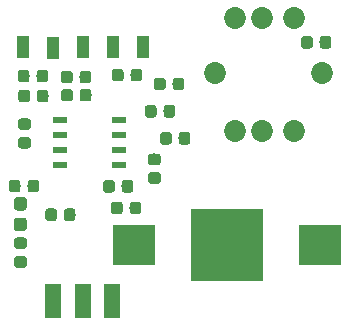
<source format=gts>
G04 #@! TF.GenerationSoftware,KiCad,Pcbnew,(5.0.2)-1*
G04 #@! TF.CreationDate,2019-06-03T11:30:13-05:00*
G04 #@! TF.ProjectId,ppg,7070672e-6b69-4636-9164-5f7063625858,V01*
G04 #@! TF.SameCoordinates,Original*
G04 #@! TF.FileFunction,Soldermask,Top*
G04 #@! TF.FilePolarity,Negative*
%FSLAX46Y46*%
G04 Gerber Fmt 4.6, Leading zero omitted, Abs format (unit mm)*
G04 Created by KiCad (PCBNEW (5.0.2)-1) date 6/3/2019 11:30:13 AM*
%MOMM*%
%LPD*%
G01*
G04 APERTURE LIST*
%ADD10R,6.101600X6.101600*%
%ADD11R,3.601600X3.401600*%
%ADD12C,0.100000*%
%ADD13C,0.976600*%
%ADD14C,1.051600*%
%ADD15R,1.351600X2.851600*%
%ADD16R,1.301600X0.601600*%
%ADD17C,1.851600*%
%ADD18R,1.101600X1.851600*%
G04 APERTURE END LIST*
D10*
G04 #@! TO.C,BT1*
X125010000Y-112890000D03*
D11*
X132910000Y-112890000D03*
X117110000Y-112890000D03*
G04 #@! TD*
D12*
G04 #@! TO.C,R12*
G36*
X116854081Y-107425376D02*
X116877781Y-107428891D01*
X116901023Y-107434713D01*
X116923582Y-107442785D01*
X116945242Y-107453029D01*
X116965792Y-107465347D01*
X116985037Y-107479619D01*
X117002790Y-107495710D01*
X117018881Y-107513463D01*
X117033153Y-107532708D01*
X117045471Y-107553258D01*
X117055715Y-107574918D01*
X117063787Y-107597477D01*
X117069609Y-107620719D01*
X117073124Y-107644419D01*
X117074300Y-107668350D01*
X117074300Y-108231650D01*
X117073124Y-108255581D01*
X117069609Y-108279281D01*
X117063787Y-108302523D01*
X117055715Y-108325082D01*
X117045471Y-108346742D01*
X117033153Y-108367292D01*
X117018881Y-108386537D01*
X117002790Y-108404290D01*
X116985037Y-108420381D01*
X116965792Y-108434653D01*
X116945242Y-108446971D01*
X116923582Y-108457215D01*
X116901023Y-108465287D01*
X116877781Y-108471109D01*
X116854081Y-108474624D01*
X116830150Y-108475800D01*
X116341850Y-108475800D01*
X116317919Y-108474624D01*
X116294219Y-108471109D01*
X116270977Y-108465287D01*
X116248418Y-108457215D01*
X116226758Y-108446971D01*
X116206208Y-108434653D01*
X116186963Y-108420381D01*
X116169210Y-108404290D01*
X116153119Y-108386537D01*
X116138847Y-108367292D01*
X116126529Y-108346742D01*
X116116285Y-108325082D01*
X116108213Y-108302523D01*
X116102391Y-108279281D01*
X116098876Y-108255581D01*
X116097700Y-108231650D01*
X116097700Y-107668350D01*
X116098876Y-107644419D01*
X116102391Y-107620719D01*
X116108213Y-107597477D01*
X116116285Y-107574918D01*
X116126529Y-107553258D01*
X116138847Y-107532708D01*
X116153119Y-107513463D01*
X116169210Y-107495710D01*
X116186963Y-107479619D01*
X116206208Y-107465347D01*
X116226758Y-107453029D01*
X116248418Y-107442785D01*
X116270977Y-107434713D01*
X116294219Y-107428891D01*
X116317919Y-107425376D01*
X116341850Y-107424200D01*
X116830150Y-107424200D01*
X116854081Y-107425376D01*
X116854081Y-107425376D01*
G37*
D13*
X116586000Y-107950000D03*
D12*
G36*
X115279081Y-107425376D02*
X115302781Y-107428891D01*
X115326023Y-107434713D01*
X115348582Y-107442785D01*
X115370242Y-107453029D01*
X115390792Y-107465347D01*
X115410037Y-107479619D01*
X115427790Y-107495710D01*
X115443881Y-107513463D01*
X115458153Y-107532708D01*
X115470471Y-107553258D01*
X115480715Y-107574918D01*
X115488787Y-107597477D01*
X115494609Y-107620719D01*
X115498124Y-107644419D01*
X115499300Y-107668350D01*
X115499300Y-108231650D01*
X115498124Y-108255581D01*
X115494609Y-108279281D01*
X115488787Y-108302523D01*
X115480715Y-108325082D01*
X115470471Y-108346742D01*
X115458153Y-108367292D01*
X115443881Y-108386537D01*
X115427790Y-108404290D01*
X115410037Y-108420381D01*
X115390792Y-108434653D01*
X115370242Y-108446971D01*
X115348582Y-108457215D01*
X115326023Y-108465287D01*
X115302781Y-108471109D01*
X115279081Y-108474624D01*
X115255150Y-108475800D01*
X114766850Y-108475800D01*
X114742919Y-108474624D01*
X114719219Y-108471109D01*
X114695977Y-108465287D01*
X114673418Y-108457215D01*
X114651758Y-108446971D01*
X114631208Y-108434653D01*
X114611963Y-108420381D01*
X114594210Y-108404290D01*
X114578119Y-108386537D01*
X114563847Y-108367292D01*
X114551529Y-108346742D01*
X114541285Y-108325082D01*
X114533213Y-108302523D01*
X114527391Y-108279281D01*
X114523876Y-108255581D01*
X114522700Y-108231650D01*
X114522700Y-107668350D01*
X114523876Y-107644419D01*
X114527391Y-107620719D01*
X114533213Y-107597477D01*
X114541285Y-107574918D01*
X114551529Y-107553258D01*
X114563847Y-107532708D01*
X114578119Y-107513463D01*
X114594210Y-107495710D01*
X114611963Y-107479619D01*
X114631208Y-107465347D01*
X114651758Y-107453029D01*
X114673418Y-107442785D01*
X114695977Y-107434713D01*
X114719219Y-107428891D01*
X114742919Y-107425376D01*
X114766850Y-107424200D01*
X115255150Y-107424200D01*
X115279081Y-107425376D01*
X115279081Y-107425376D01*
G37*
D13*
X115011000Y-107950000D03*
G04 #@! TD*
D12*
G04 #@! TO.C,C2*
G36*
X108073081Y-98095376D02*
X108096781Y-98098891D01*
X108120023Y-98104713D01*
X108142582Y-98112785D01*
X108164242Y-98123029D01*
X108184792Y-98135347D01*
X108204037Y-98149619D01*
X108221790Y-98165710D01*
X108237881Y-98183463D01*
X108252153Y-98202708D01*
X108264471Y-98223258D01*
X108274715Y-98244918D01*
X108282787Y-98267477D01*
X108288609Y-98290719D01*
X108292124Y-98314419D01*
X108293300Y-98338350D01*
X108293300Y-98901650D01*
X108292124Y-98925581D01*
X108288609Y-98949281D01*
X108282787Y-98972523D01*
X108274715Y-98995082D01*
X108264471Y-99016742D01*
X108252153Y-99037292D01*
X108237881Y-99056537D01*
X108221790Y-99074290D01*
X108204037Y-99090381D01*
X108184792Y-99104653D01*
X108164242Y-99116971D01*
X108142582Y-99127215D01*
X108120023Y-99135287D01*
X108096781Y-99141109D01*
X108073081Y-99144624D01*
X108049150Y-99145800D01*
X107560850Y-99145800D01*
X107536919Y-99144624D01*
X107513219Y-99141109D01*
X107489977Y-99135287D01*
X107467418Y-99127215D01*
X107445758Y-99116971D01*
X107425208Y-99104653D01*
X107405963Y-99090381D01*
X107388210Y-99074290D01*
X107372119Y-99056537D01*
X107357847Y-99037292D01*
X107345529Y-99016742D01*
X107335285Y-98995082D01*
X107327213Y-98972523D01*
X107321391Y-98949281D01*
X107317876Y-98925581D01*
X107316700Y-98901650D01*
X107316700Y-98338350D01*
X107317876Y-98314419D01*
X107321391Y-98290719D01*
X107327213Y-98267477D01*
X107335285Y-98244918D01*
X107345529Y-98223258D01*
X107357847Y-98202708D01*
X107372119Y-98183463D01*
X107388210Y-98165710D01*
X107405963Y-98149619D01*
X107425208Y-98135347D01*
X107445758Y-98123029D01*
X107467418Y-98112785D01*
X107489977Y-98104713D01*
X107513219Y-98098891D01*
X107536919Y-98095376D01*
X107560850Y-98094200D01*
X108049150Y-98094200D01*
X108073081Y-98095376D01*
X108073081Y-98095376D01*
G37*
D13*
X107805000Y-98620000D03*
D12*
G36*
X109648081Y-98095376D02*
X109671781Y-98098891D01*
X109695023Y-98104713D01*
X109717582Y-98112785D01*
X109739242Y-98123029D01*
X109759792Y-98135347D01*
X109779037Y-98149619D01*
X109796790Y-98165710D01*
X109812881Y-98183463D01*
X109827153Y-98202708D01*
X109839471Y-98223258D01*
X109849715Y-98244918D01*
X109857787Y-98267477D01*
X109863609Y-98290719D01*
X109867124Y-98314419D01*
X109868300Y-98338350D01*
X109868300Y-98901650D01*
X109867124Y-98925581D01*
X109863609Y-98949281D01*
X109857787Y-98972523D01*
X109849715Y-98995082D01*
X109839471Y-99016742D01*
X109827153Y-99037292D01*
X109812881Y-99056537D01*
X109796790Y-99074290D01*
X109779037Y-99090381D01*
X109759792Y-99104653D01*
X109739242Y-99116971D01*
X109717582Y-99127215D01*
X109695023Y-99135287D01*
X109671781Y-99141109D01*
X109648081Y-99144624D01*
X109624150Y-99145800D01*
X109135850Y-99145800D01*
X109111919Y-99144624D01*
X109088219Y-99141109D01*
X109064977Y-99135287D01*
X109042418Y-99127215D01*
X109020758Y-99116971D01*
X109000208Y-99104653D01*
X108980963Y-99090381D01*
X108963210Y-99074290D01*
X108947119Y-99056537D01*
X108932847Y-99037292D01*
X108920529Y-99016742D01*
X108910285Y-98995082D01*
X108902213Y-98972523D01*
X108896391Y-98949281D01*
X108892876Y-98925581D01*
X108891700Y-98901650D01*
X108891700Y-98338350D01*
X108892876Y-98314419D01*
X108896391Y-98290719D01*
X108902213Y-98267477D01*
X108910285Y-98244918D01*
X108920529Y-98223258D01*
X108932847Y-98202708D01*
X108947119Y-98183463D01*
X108963210Y-98165710D01*
X108980963Y-98149619D01*
X109000208Y-98135347D01*
X109020758Y-98123029D01*
X109042418Y-98112785D01*
X109064977Y-98104713D01*
X109088219Y-98098891D01*
X109111919Y-98095376D01*
X109135850Y-98094200D01*
X109624150Y-98094200D01*
X109648081Y-98095376D01*
X109648081Y-98095376D01*
G37*
D13*
X109380000Y-98620000D03*
G04 #@! TD*
D12*
G04 #@! TO.C,C3*
G36*
X116033081Y-98015376D02*
X116056781Y-98018891D01*
X116080023Y-98024713D01*
X116102582Y-98032785D01*
X116124242Y-98043029D01*
X116144792Y-98055347D01*
X116164037Y-98069619D01*
X116181790Y-98085710D01*
X116197881Y-98103463D01*
X116212153Y-98122708D01*
X116224471Y-98143258D01*
X116234715Y-98164918D01*
X116242787Y-98187477D01*
X116248609Y-98210719D01*
X116252124Y-98234419D01*
X116253300Y-98258350D01*
X116253300Y-98821650D01*
X116252124Y-98845581D01*
X116248609Y-98869281D01*
X116242787Y-98892523D01*
X116234715Y-98915082D01*
X116224471Y-98936742D01*
X116212153Y-98957292D01*
X116197881Y-98976537D01*
X116181790Y-98994290D01*
X116164037Y-99010381D01*
X116144792Y-99024653D01*
X116124242Y-99036971D01*
X116102582Y-99047215D01*
X116080023Y-99055287D01*
X116056781Y-99061109D01*
X116033081Y-99064624D01*
X116009150Y-99065800D01*
X115520850Y-99065800D01*
X115496919Y-99064624D01*
X115473219Y-99061109D01*
X115449977Y-99055287D01*
X115427418Y-99047215D01*
X115405758Y-99036971D01*
X115385208Y-99024653D01*
X115365963Y-99010381D01*
X115348210Y-98994290D01*
X115332119Y-98976537D01*
X115317847Y-98957292D01*
X115305529Y-98936742D01*
X115295285Y-98915082D01*
X115287213Y-98892523D01*
X115281391Y-98869281D01*
X115277876Y-98845581D01*
X115276700Y-98821650D01*
X115276700Y-98258350D01*
X115277876Y-98234419D01*
X115281391Y-98210719D01*
X115287213Y-98187477D01*
X115295285Y-98164918D01*
X115305529Y-98143258D01*
X115317847Y-98122708D01*
X115332119Y-98103463D01*
X115348210Y-98085710D01*
X115365963Y-98069619D01*
X115385208Y-98055347D01*
X115405758Y-98043029D01*
X115427418Y-98032785D01*
X115449977Y-98024713D01*
X115473219Y-98018891D01*
X115496919Y-98015376D01*
X115520850Y-98014200D01*
X116009150Y-98014200D01*
X116033081Y-98015376D01*
X116033081Y-98015376D01*
G37*
D13*
X115765000Y-98540000D03*
D12*
G36*
X117608081Y-98015376D02*
X117631781Y-98018891D01*
X117655023Y-98024713D01*
X117677582Y-98032785D01*
X117699242Y-98043029D01*
X117719792Y-98055347D01*
X117739037Y-98069619D01*
X117756790Y-98085710D01*
X117772881Y-98103463D01*
X117787153Y-98122708D01*
X117799471Y-98143258D01*
X117809715Y-98164918D01*
X117817787Y-98187477D01*
X117823609Y-98210719D01*
X117827124Y-98234419D01*
X117828300Y-98258350D01*
X117828300Y-98821650D01*
X117827124Y-98845581D01*
X117823609Y-98869281D01*
X117817787Y-98892523D01*
X117809715Y-98915082D01*
X117799471Y-98936742D01*
X117787153Y-98957292D01*
X117772881Y-98976537D01*
X117756790Y-98994290D01*
X117739037Y-99010381D01*
X117719792Y-99024653D01*
X117699242Y-99036971D01*
X117677582Y-99047215D01*
X117655023Y-99055287D01*
X117631781Y-99061109D01*
X117608081Y-99064624D01*
X117584150Y-99065800D01*
X117095850Y-99065800D01*
X117071919Y-99064624D01*
X117048219Y-99061109D01*
X117024977Y-99055287D01*
X117002418Y-99047215D01*
X116980758Y-99036971D01*
X116960208Y-99024653D01*
X116940963Y-99010381D01*
X116923210Y-98994290D01*
X116907119Y-98976537D01*
X116892847Y-98957292D01*
X116880529Y-98936742D01*
X116870285Y-98915082D01*
X116862213Y-98892523D01*
X116856391Y-98869281D01*
X116852876Y-98845581D01*
X116851700Y-98821650D01*
X116851700Y-98258350D01*
X116852876Y-98234419D01*
X116856391Y-98210719D01*
X116862213Y-98187477D01*
X116870285Y-98164918D01*
X116880529Y-98143258D01*
X116892847Y-98122708D01*
X116907119Y-98103463D01*
X116923210Y-98085710D01*
X116940963Y-98069619D01*
X116960208Y-98055347D01*
X116980758Y-98043029D01*
X117002418Y-98032785D01*
X117024977Y-98024713D01*
X117048219Y-98018891D01*
X117071919Y-98015376D01*
X117095850Y-98014200D01*
X117584150Y-98014200D01*
X117608081Y-98015376D01*
X117608081Y-98015376D01*
G37*
D13*
X117340000Y-98540000D03*
G04 #@! TD*
D12*
G04 #@! TO.C,C4*
G36*
X132043081Y-95233376D02*
X132066781Y-95236891D01*
X132090023Y-95242713D01*
X132112582Y-95250785D01*
X132134242Y-95261029D01*
X132154792Y-95273347D01*
X132174037Y-95287619D01*
X132191790Y-95303710D01*
X132207881Y-95321463D01*
X132222153Y-95340708D01*
X132234471Y-95361258D01*
X132244715Y-95382918D01*
X132252787Y-95405477D01*
X132258609Y-95428719D01*
X132262124Y-95452419D01*
X132263300Y-95476350D01*
X132263300Y-96039650D01*
X132262124Y-96063581D01*
X132258609Y-96087281D01*
X132252787Y-96110523D01*
X132244715Y-96133082D01*
X132234471Y-96154742D01*
X132222153Y-96175292D01*
X132207881Y-96194537D01*
X132191790Y-96212290D01*
X132174037Y-96228381D01*
X132154792Y-96242653D01*
X132134242Y-96254971D01*
X132112582Y-96265215D01*
X132090023Y-96273287D01*
X132066781Y-96279109D01*
X132043081Y-96282624D01*
X132019150Y-96283800D01*
X131530850Y-96283800D01*
X131506919Y-96282624D01*
X131483219Y-96279109D01*
X131459977Y-96273287D01*
X131437418Y-96265215D01*
X131415758Y-96254971D01*
X131395208Y-96242653D01*
X131375963Y-96228381D01*
X131358210Y-96212290D01*
X131342119Y-96194537D01*
X131327847Y-96175292D01*
X131315529Y-96154742D01*
X131305285Y-96133082D01*
X131297213Y-96110523D01*
X131291391Y-96087281D01*
X131287876Y-96063581D01*
X131286700Y-96039650D01*
X131286700Y-95476350D01*
X131287876Y-95452419D01*
X131291391Y-95428719D01*
X131297213Y-95405477D01*
X131305285Y-95382918D01*
X131315529Y-95361258D01*
X131327847Y-95340708D01*
X131342119Y-95321463D01*
X131358210Y-95303710D01*
X131375963Y-95287619D01*
X131395208Y-95273347D01*
X131415758Y-95261029D01*
X131437418Y-95250785D01*
X131459977Y-95242713D01*
X131483219Y-95236891D01*
X131506919Y-95233376D01*
X131530850Y-95232200D01*
X132019150Y-95232200D01*
X132043081Y-95233376D01*
X132043081Y-95233376D01*
G37*
D13*
X131775000Y-95758000D03*
D12*
G36*
X133618081Y-95233376D02*
X133641781Y-95236891D01*
X133665023Y-95242713D01*
X133687582Y-95250785D01*
X133709242Y-95261029D01*
X133729792Y-95273347D01*
X133749037Y-95287619D01*
X133766790Y-95303710D01*
X133782881Y-95321463D01*
X133797153Y-95340708D01*
X133809471Y-95361258D01*
X133819715Y-95382918D01*
X133827787Y-95405477D01*
X133833609Y-95428719D01*
X133837124Y-95452419D01*
X133838300Y-95476350D01*
X133838300Y-96039650D01*
X133837124Y-96063581D01*
X133833609Y-96087281D01*
X133827787Y-96110523D01*
X133819715Y-96133082D01*
X133809471Y-96154742D01*
X133797153Y-96175292D01*
X133782881Y-96194537D01*
X133766790Y-96212290D01*
X133749037Y-96228381D01*
X133729792Y-96242653D01*
X133709242Y-96254971D01*
X133687582Y-96265215D01*
X133665023Y-96273287D01*
X133641781Y-96279109D01*
X133618081Y-96282624D01*
X133594150Y-96283800D01*
X133105850Y-96283800D01*
X133081919Y-96282624D01*
X133058219Y-96279109D01*
X133034977Y-96273287D01*
X133012418Y-96265215D01*
X132990758Y-96254971D01*
X132970208Y-96242653D01*
X132950963Y-96228381D01*
X132933210Y-96212290D01*
X132917119Y-96194537D01*
X132902847Y-96175292D01*
X132890529Y-96154742D01*
X132880285Y-96133082D01*
X132872213Y-96110523D01*
X132866391Y-96087281D01*
X132862876Y-96063581D01*
X132861700Y-96039650D01*
X132861700Y-95476350D01*
X132862876Y-95452419D01*
X132866391Y-95428719D01*
X132872213Y-95405477D01*
X132880285Y-95382918D01*
X132890529Y-95361258D01*
X132902847Y-95340708D01*
X132917119Y-95321463D01*
X132933210Y-95303710D01*
X132950963Y-95287619D01*
X132970208Y-95273347D01*
X132990758Y-95261029D01*
X133012418Y-95250785D01*
X133034977Y-95242713D01*
X133058219Y-95236891D01*
X133081919Y-95233376D01*
X133105850Y-95232200D01*
X133594150Y-95232200D01*
X133618081Y-95233376D01*
X133618081Y-95233376D01*
G37*
D13*
X133350000Y-95758000D03*
G04 #@! TD*
D12*
G04 #@! TO.C,D1*
G36*
X107808669Y-108845466D02*
X107834189Y-108849252D01*
X107859216Y-108855520D01*
X107883507Y-108864212D01*
X107906830Y-108875243D01*
X107928959Y-108888507D01*
X107949682Y-108903876D01*
X107968798Y-108921202D01*
X107986124Y-108940318D01*
X108001493Y-108961041D01*
X108014757Y-108983170D01*
X108025788Y-109006493D01*
X108034480Y-109030784D01*
X108040748Y-109055811D01*
X108044534Y-109081331D01*
X108045800Y-109107100D01*
X108045800Y-109732900D01*
X108044534Y-109758669D01*
X108040748Y-109784189D01*
X108034480Y-109809216D01*
X108025788Y-109833507D01*
X108014757Y-109856830D01*
X108001493Y-109878959D01*
X107986124Y-109899682D01*
X107968798Y-109918798D01*
X107949682Y-109936124D01*
X107928959Y-109951493D01*
X107906830Y-109964757D01*
X107883507Y-109975788D01*
X107859216Y-109984480D01*
X107834189Y-109990748D01*
X107808669Y-109994534D01*
X107782900Y-109995800D01*
X107257100Y-109995800D01*
X107231331Y-109994534D01*
X107205811Y-109990748D01*
X107180784Y-109984480D01*
X107156493Y-109975788D01*
X107133170Y-109964757D01*
X107111041Y-109951493D01*
X107090318Y-109936124D01*
X107071202Y-109918798D01*
X107053876Y-109899682D01*
X107038507Y-109878959D01*
X107025243Y-109856830D01*
X107014212Y-109833507D01*
X107005520Y-109809216D01*
X106999252Y-109784189D01*
X106995466Y-109758669D01*
X106994200Y-109732900D01*
X106994200Y-109107100D01*
X106995466Y-109081331D01*
X106999252Y-109055811D01*
X107005520Y-109030784D01*
X107014212Y-109006493D01*
X107025243Y-108983170D01*
X107038507Y-108961041D01*
X107053876Y-108940318D01*
X107071202Y-108921202D01*
X107090318Y-108903876D01*
X107111041Y-108888507D01*
X107133170Y-108875243D01*
X107156493Y-108864212D01*
X107180784Y-108855520D01*
X107205811Y-108849252D01*
X107231331Y-108845466D01*
X107257100Y-108844200D01*
X107782900Y-108844200D01*
X107808669Y-108845466D01*
X107808669Y-108845466D01*
G37*
D14*
X107520000Y-109420000D03*
D12*
G36*
X107808669Y-110595466D02*
X107834189Y-110599252D01*
X107859216Y-110605520D01*
X107883507Y-110614212D01*
X107906830Y-110625243D01*
X107928959Y-110638507D01*
X107949682Y-110653876D01*
X107968798Y-110671202D01*
X107986124Y-110690318D01*
X108001493Y-110711041D01*
X108014757Y-110733170D01*
X108025788Y-110756493D01*
X108034480Y-110780784D01*
X108040748Y-110805811D01*
X108044534Y-110831331D01*
X108045800Y-110857100D01*
X108045800Y-111482900D01*
X108044534Y-111508669D01*
X108040748Y-111534189D01*
X108034480Y-111559216D01*
X108025788Y-111583507D01*
X108014757Y-111606830D01*
X108001493Y-111628959D01*
X107986124Y-111649682D01*
X107968798Y-111668798D01*
X107949682Y-111686124D01*
X107928959Y-111701493D01*
X107906830Y-111714757D01*
X107883507Y-111725788D01*
X107859216Y-111734480D01*
X107834189Y-111740748D01*
X107808669Y-111744534D01*
X107782900Y-111745800D01*
X107257100Y-111745800D01*
X107231331Y-111744534D01*
X107205811Y-111740748D01*
X107180784Y-111734480D01*
X107156493Y-111725788D01*
X107133170Y-111714757D01*
X107111041Y-111701493D01*
X107090318Y-111686124D01*
X107071202Y-111668798D01*
X107053876Y-111649682D01*
X107038507Y-111628959D01*
X107025243Y-111606830D01*
X107014212Y-111583507D01*
X107005520Y-111559216D01*
X106999252Y-111534189D01*
X106995466Y-111508669D01*
X106994200Y-111482900D01*
X106994200Y-110857100D01*
X106995466Y-110831331D01*
X106999252Y-110805811D01*
X107005520Y-110780784D01*
X107014212Y-110756493D01*
X107025243Y-110733170D01*
X107038507Y-110711041D01*
X107053876Y-110690318D01*
X107071202Y-110671202D01*
X107090318Y-110653876D01*
X107111041Y-110638507D01*
X107133170Y-110625243D01*
X107156493Y-110614212D01*
X107180784Y-110605520D01*
X107205811Y-110599252D01*
X107231331Y-110595466D01*
X107257100Y-110594200D01*
X107782900Y-110594200D01*
X107808669Y-110595466D01*
X107808669Y-110595466D01*
G37*
D14*
X107520000Y-111170000D03*
G04 #@! TD*
D12*
G04 #@! TO.C,D2*
G36*
X121680081Y-103361376D02*
X121703781Y-103364891D01*
X121727023Y-103370713D01*
X121749582Y-103378785D01*
X121771242Y-103389029D01*
X121791792Y-103401347D01*
X121811037Y-103415619D01*
X121828790Y-103431710D01*
X121844881Y-103449463D01*
X121859153Y-103468708D01*
X121871471Y-103489258D01*
X121881715Y-103510918D01*
X121889787Y-103533477D01*
X121895609Y-103556719D01*
X121899124Y-103580419D01*
X121900300Y-103604350D01*
X121900300Y-104167650D01*
X121899124Y-104191581D01*
X121895609Y-104215281D01*
X121889787Y-104238523D01*
X121881715Y-104261082D01*
X121871471Y-104282742D01*
X121859153Y-104303292D01*
X121844881Y-104322537D01*
X121828790Y-104340290D01*
X121811037Y-104356381D01*
X121791792Y-104370653D01*
X121771242Y-104382971D01*
X121749582Y-104393215D01*
X121727023Y-104401287D01*
X121703781Y-104407109D01*
X121680081Y-104410624D01*
X121656150Y-104411800D01*
X121167850Y-104411800D01*
X121143919Y-104410624D01*
X121120219Y-104407109D01*
X121096977Y-104401287D01*
X121074418Y-104393215D01*
X121052758Y-104382971D01*
X121032208Y-104370653D01*
X121012963Y-104356381D01*
X120995210Y-104340290D01*
X120979119Y-104322537D01*
X120964847Y-104303292D01*
X120952529Y-104282742D01*
X120942285Y-104261082D01*
X120934213Y-104238523D01*
X120928391Y-104215281D01*
X120924876Y-104191581D01*
X120923700Y-104167650D01*
X120923700Y-103604350D01*
X120924876Y-103580419D01*
X120928391Y-103556719D01*
X120934213Y-103533477D01*
X120942285Y-103510918D01*
X120952529Y-103489258D01*
X120964847Y-103468708D01*
X120979119Y-103449463D01*
X120995210Y-103431710D01*
X121012963Y-103415619D01*
X121032208Y-103401347D01*
X121052758Y-103389029D01*
X121074418Y-103378785D01*
X121096977Y-103370713D01*
X121120219Y-103364891D01*
X121143919Y-103361376D01*
X121167850Y-103360200D01*
X121656150Y-103360200D01*
X121680081Y-103361376D01*
X121680081Y-103361376D01*
G37*
D13*
X121412000Y-103886000D03*
D12*
G36*
X120105081Y-103361376D02*
X120128781Y-103364891D01*
X120152023Y-103370713D01*
X120174582Y-103378785D01*
X120196242Y-103389029D01*
X120216792Y-103401347D01*
X120236037Y-103415619D01*
X120253790Y-103431710D01*
X120269881Y-103449463D01*
X120284153Y-103468708D01*
X120296471Y-103489258D01*
X120306715Y-103510918D01*
X120314787Y-103533477D01*
X120320609Y-103556719D01*
X120324124Y-103580419D01*
X120325300Y-103604350D01*
X120325300Y-104167650D01*
X120324124Y-104191581D01*
X120320609Y-104215281D01*
X120314787Y-104238523D01*
X120306715Y-104261082D01*
X120296471Y-104282742D01*
X120284153Y-104303292D01*
X120269881Y-104322537D01*
X120253790Y-104340290D01*
X120236037Y-104356381D01*
X120216792Y-104370653D01*
X120196242Y-104382971D01*
X120174582Y-104393215D01*
X120152023Y-104401287D01*
X120128781Y-104407109D01*
X120105081Y-104410624D01*
X120081150Y-104411800D01*
X119592850Y-104411800D01*
X119568919Y-104410624D01*
X119545219Y-104407109D01*
X119521977Y-104401287D01*
X119499418Y-104393215D01*
X119477758Y-104382971D01*
X119457208Y-104370653D01*
X119437963Y-104356381D01*
X119420210Y-104340290D01*
X119404119Y-104322537D01*
X119389847Y-104303292D01*
X119377529Y-104282742D01*
X119367285Y-104261082D01*
X119359213Y-104238523D01*
X119353391Y-104215281D01*
X119349876Y-104191581D01*
X119348700Y-104167650D01*
X119348700Y-103604350D01*
X119349876Y-103580419D01*
X119353391Y-103556719D01*
X119359213Y-103533477D01*
X119367285Y-103510918D01*
X119377529Y-103489258D01*
X119389847Y-103468708D01*
X119404119Y-103449463D01*
X119420210Y-103431710D01*
X119437963Y-103415619D01*
X119457208Y-103401347D01*
X119477758Y-103389029D01*
X119499418Y-103378785D01*
X119521977Y-103370713D01*
X119545219Y-103364891D01*
X119568919Y-103361376D01*
X119592850Y-103360200D01*
X120081150Y-103360200D01*
X120105081Y-103361376D01*
X120105081Y-103361376D01*
G37*
D13*
X119837000Y-103886000D03*
G04 #@! TD*
D12*
G04 #@! TO.C,R2*
G36*
X107835581Y-113852876D02*
X107859281Y-113856391D01*
X107882523Y-113862213D01*
X107905082Y-113870285D01*
X107926742Y-113880529D01*
X107947292Y-113892847D01*
X107966537Y-113907119D01*
X107984290Y-113923210D01*
X108000381Y-113940963D01*
X108014653Y-113960208D01*
X108026971Y-113980758D01*
X108037215Y-114002418D01*
X108045287Y-114024977D01*
X108051109Y-114048219D01*
X108054624Y-114071919D01*
X108055800Y-114095850D01*
X108055800Y-114584150D01*
X108054624Y-114608081D01*
X108051109Y-114631781D01*
X108045287Y-114655023D01*
X108037215Y-114677582D01*
X108026971Y-114699242D01*
X108014653Y-114719792D01*
X108000381Y-114739037D01*
X107984290Y-114756790D01*
X107966537Y-114772881D01*
X107947292Y-114787153D01*
X107926742Y-114799471D01*
X107905082Y-114809715D01*
X107882523Y-114817787D01*
X107859281Y-114823609D01*
X107835581Y-114827124D01*
X107811650Y-114828300D01*
X107248350Y-114828300D01*
X107224419Y-114827124D01*
X107200719Y-114823609D01*
X107177477Y-114817787D01*
X107154918Y-114809715D01*
X107133258Y-114799471D01*
X107112708Y-114787153D01*
X107093463Y-114772881D01*
X107075710Y-114756790D01*
X107059619Y-114739037D01*
X107045347Y-114719792D01*
X107033029Y-114699242D01*
X107022785Y-114677582D01*
X107014713Y-114655023D01*
X107008891Y-114631781D01*
X107005376Y-114608081D01*
X107004200Y-114584150D01*
X107004200Y-114095850D01*
X107005376Y-114071919D01*
X107008891Y-114048219D01*
X107014713Y-114024977D01*
X107022785Y-114002418D01*
X107033029Y-113980758D01*
X107045347Y-113960208D01*
X107059619Y-113940963D01*
X107075710Y-113923210D01*
X107093463Y-113907119D01*
X107112708Y-113892847D01*
X107133258Y-113880529D01*
X107154918Y-113870285D01*
X107177477Y-113862213D01*
X107200719Y-113856391D01*
X107224419Y-113852876D01*
X107248350Y-113851700D01*
X107811650Y-113851700D01*
X107835581Y-113852876D01*
X107835581Y-113852876D01*
G37*
D13*
X107530000Y-114340000D03*
D12*
G36*
X107835581Y-112277876D02*
X107859281Y-112281391D01*
X107882523Y-112287213D01*
X107905082Y-112295285D01*
X107926742Y-112305529D01*
X107947292Y-112317847D01*
X107966537Y-112332119D01*
X107984290Y-112348210D01*
X108000381Y-112365963D01*
X108014653Y-112385208D01*
X108026971Y-112405758D01*
X108037215Y-112427418D01*
X108045287Y-112449977D01*
X108051109Y-112473219D01*
X108054624Y-112496919D01*
X108055800Y-112520850D01*
X108055800Y-113009150D01*
X108054624Y-113033081D01*
X108051109Y-113056781D01*
X108045287Y-113080023D01*
X108037215Y-113102582D01*
X108026971Y-113124242D01*
X108014653Y-113144792D01*
X108000381Y-113164037D01*
X107984290Y-113181790D01*
X107966537Y-113197881D01*
X107947292Y-113212153D01*
X107926742Y-113224471D01*
X107905082Y-113234715D01*
X107882523Y-113242787D01*
X107859281Y-113248609D01*
X107835581Y-113252124D01*
X107811650Y-113253300D01*
X107248350Y-113253300D01*
X107224419Y-113252124D01*
X107200719Y-113248609D01*
X107177477Y-113242787D01*
X107154918Y-113234715D01*
X107133258Y-113224471D01*
X107112708Y-113212153D01*
X107093463Y-113197881D01*
X107075710Y-113181790D01*
X107059619Y-113164037D01*
X107045347Y-113144792D01*
X107033029Y-113124242D01*
X107022785Y-113102582D01*
X107014713Y-113080023D01*
X107008891Y-113056781D01*
X107005376Y-113033081D01*
X107004200Y-113009150D01*
X107004200Y-112520850D01*
X107005376Y-112496919D01*
X107008891Y-112473219D01*
X107014713Y-112449977D01*
X107022785Y-112427418D01*
X107033029Y-112405758D01*
X107045347Y-112385208D01*
X107059619Y-112365963D01*
X107075710Y-112348210D01*
X107093463Y-112332119D01*
X107112708Y-112317847D01*
X107133258Y-112305529D01*
X107154918Y-112295285D01*
X107177477Y-112287213D01*
X107200719Y-112281391D01*
X107224419Y-112277876D01*
X107248350Y-112276700D01*
X107811650Y-112276700D01*
X107835581Y-112277876D01*
X107835581Y-112277876D01*
G37*
D13*
X107530000Y-112765000D03*
G04 #@! TD*
D12*
G04 #@! TO.C,R3*
G36*
X107308081Y-107395376D02*
X107331781Y-107398891D01*
X107355023Y-107404713D01*
X107377582Y-107412785D01*
X107399242Y-107423029D01*
X107419792Y-107435347D01*
X107439037Y-107449619D01*
X107456790Y-107465710D01*
X107472881Y-107483463D01*
X107487153Y-107502708D01*
X107499471Y-107523258D01*
X107509715Y-107544918D01*
X107517787Y-107567477D01*
X107523609Y-107590719D01*
X107527124Y-107614419D01*
X107528300Y-107638350D01*
X107528300Y-108201650D01*
X107527124Y-108225581D01*
X107523609Y-108249281D01*
X107517787Y-108272523D01*
X107509715Y-108295082D01*
X107499471Y-108316742D01*
X107487153Y-108337292D01*
X107472881Y-108356537D01*
X107456790Y-108374290D01*
X107439037Y-108390381D01*
X107419792Y-108404653D01*
X107399242Y-108416971D01*
X107377582Y-108427215D01*
X107355023Y-108435287D01*
X107331781Y-108441109D01*
X107308081Y-108444624D01*
X107284150Y-108445800D01*
X106795850Y-108445800D01*
X106771919Y-108444624D01*
X106748219Y-108441109D01*
X106724977Y-108435287D01*
X106702418Y-108427215D01*
X106680758Y-108416971D01*
X106660208Y-108404653D01*
X106640963Y-108390381D01*
X106623210Y-108374290D01*
X106607119Y-108356537D01*
X106592847Y-108337292D01*
X106580529Y-108316742D01*
X106570285Y-108295082D01*
X106562213Y-108272523D01*
X106556391Y-108249281D01*
X106552876Y-108225581D01*
X106551700Y-108201650D01*
X106551700Y-107638350D01*
X106552876Y-107614419D01*
X106556391Y-107590719D01*
X106562213Y-107567477D01*
X106570285Y-107544918D01*
X106580529Y-107523258D01*
X106592847Y-107502708D01*
X106607119Y-107483463D01*
X106623210Y-107465710D01*
X106640963Y-107449619D01*
X106660208Y-107435347D01*
X106680758Y-107423029D01*
X106702418Y-107412785D01*
X106724977Y-107404713D01*
X106748219Y-107398891D01*
X106771919Y-107395376D01*
X106795850Y-107394200D01*
X107284150Y-107394200D01*
X107308081Y-107395376D01*
X107308081Y-107395376D01*
G37*
D13*
X107040000Y-107920000D03*
D12*
G36*
X108883081Y-107395376D02*
X108906781Y-107398891D01*
X108930023Y-107404713D01*
X108952582Y-107412785D01*
X108974242Y-107423029D01*
X108994792Y-107435347D01*
X109014037Y-107449619D01*
X109031790Y-107465710D01*
X109047881Y-107483463D01*
X109062153Y-107502708D01*
X109074471Y-107523258D01*
X109084715Y-107544918D01*
X109092787Y-107567477D01*
X109098609Y-107590719D01*
X109102124Y-107614419D01*
X109103300Y-107638350D01*
X109103300Y-108201650D01*
X109102124Y-108225581D01*
X109098609Y-108249281D01*
X109092787Y-108272523D01*
X109084715Y-108295082D01*
X109074471Y-108316742D01*
X109062153Y-108337292D01*
X109047881Y-108356537D01*
X109031790Y-108374290D01*
X109014037Y-108390381D01*
X108994792Y-108404653D01*
X108974242Y-108416971D01*
X108952582Y-108427215D01*
X108930023Y-108435287D01*
X108906781Y-108441109D01*
X108883081Y-108444624D01*
X108859150Y-108445800D01*
X108370850Y-108445800D01*
X108346919Y-108444624D01*
X108323219Y-108441109D01*
X108299977Y-108435287D01*
X108277418Y-108427215D01*
X108255758Y-108416971D01*
X108235208Y-108404653D01*
X108215963Y-108390381D01*
X108198210Y-108374290D01*
X108182119Y-108356537D01*
X108167847Y-108337292D01*
X108155529Y-108316742D01*
X108145285Y-108295082D01*
X108137213Y-108272523D01*
X108131391Y-108249281D01*
X108127876Y-108225581D01*
X108126700Y-108201650D01*
X108126700Y-107638350D01*
X108127876Y-107614419D01*
X108131391Y-107590719D01*
X108137213Y-107567477D01*
X108145285Y-107544918D01*
X108155529Y-107523258D01*
X108167847Y-107502708D01*
X108182119Y-107483463D01*
X108198210Y-107465710D01*
X108215963Y-107449619D01*
X108235208Y-107435347D01*
X108255758Y-107423029D01*
X108277418Y-107412785D01*
X108299977Y-107404713D01*
X108323219Y-107398891D01*
X108346919Y-107395376D01*
X108370850Y-107394200D01*
X108859150Y-107394200D01*
X108883081Y-107395376D01*
X108883081Y-107395376D01*
G37*
D13*
X108615000Y-107920000D03*
G04 #@! TD*
D12*
G04 #@! TO.C,R4*
G36*
X111963081Y-109825376D02*
X111986781Y-109828891D01*
X112010023Y-109834713D01*
X112032582Y-109842785D01*
X112054242Y-109853029D01*
X112074792Y-109865347D01*
X112094037Y-109879619D01*
X112111790Y-109895710D01*
X112127881Y-109913463D01*
X112142153Y-109932708D01*
X112154471Y-109953258D01*
X112164715Y-109974918D01*
X112172787Y-109997477D01*
X112178609Y-110020719D01*
X112182124Y-110044419D01*
X112183300Y-110068350D01*
X112183300Y-110631650D01*
X112182124Y-110655581D01*
X112178609Y-110679281D01*
X112172787Y-110702523D01*
X112164715Y-110725082D01*
X112154471Y-110746742D01*
X112142153Y-110767292D01*
X112127881Y-110786537D01*
X112111790Y-110804290D01*
X112094037Y-110820381D01*
X112074792Y-110834653D01*
X112054242Y-110846971D01*
X112032582Y-110857215D01*
X112010023Y-110865287D01*
X111986781Y-110871109D01*
X111963081Y-110874624D01*
X111939150Y-110875800D01*
X111450850Y-110875800D01*
X111426919Y-110874624D01*
X111403219Y-110871109D01*
X111379977Y-110865287D01*
X111357418Y-110857215D01*
X111335758Y-110846971D01*
X111315208Y-110834653D01*
X111295963Y-110820381D01*
X111278210Y-110804290D01*
X111262119Y-110786537D01*
X111247847Y-110767292D01*
X111235529Y-110746742D01*
X111225285Y-110725082D01*
X111217213Y-110702523D01*
X111211391Y-110679281D01*
X111207876Y-110655581D01*
X111206700Y-110631650D01*
X111206700Y-110068350D01*
X111207876Y-110044419D01*
X111211391Y-110020719D01*
X111217213Y-109997477D01*
X111225285Y-109974918D01*
X111235529Y-109953258D01*
X111247847Y-109932708D01*
X111262119Y-109913463D01*
X111278210Y-109895710D01*
X111295963Y-109879619D01*
X111315208Y-109865347D01*
X111335758Y-109853029D01*
X111357418Y-109842785D01*
X111379977Y-109834713D01*
X111403219Y-109828891D01*
X111426919Y-109825376D01*
X111450850Y-109824200D01*
X111939150Y-109824200D01*
X111963081Y-109825376D01*
X111963081Y-109825376D01*
G37*
D13*
X111695000Y-110350000D03*
D12*
G36*
X110388081Y-109825376D02*
X110411781Y-109828891D01*
X110435023Y-109834713D01*
X110457582Y-109842785D01*
X110479242Y-109853029D01*
X110499792Y-109865347D01*
X110519037Y-109879619D01*
X110536790Y-109895710D01*
X110552881Y-109913463D01*
X110567153Y-109932708D01*
X110579471Y-109953258D01*
X110589715Y-109974918D01*
X110597787Y-109997477D01*
X110603609Y-110020719D01*
X110607124Y-110044419D01*
X110608300Y-110068350D01*
X110608300Y-110631650D01*
X110607124Y-110655581D01*
X110603609Y-110679281D01*
X110597787Y-110702523D01*
X110589715Y-110725082D01*
X110579471Y-110746742D01*
X110567153Y-110767292D01*
X110552881Y-110786537D01*
X110536790Y-110804290D01*
X110519037Y-110820381D01*
X110499792Y-110834653D01*
X110479242Y-110846971D01*
X110457582Y-110857215D01*
X110435023Y-110865287D01*
X110411781Y-110871109D01*
X110388081Y-110874624D01*
X110364150Y-110875800D01*
X109875850Y-110875800D01*
X109851919Y-110874624D01*
X109828219Y-110871109D01*
X109804977Y-110865287D01*
X109782418Y-110857215D01*
X109760758Y-110846971D01*
X109740208Y-110834653D01*
X109720963Y-110820381D01*
X109703210Y-110804290D01*
X109687119Y-110786537D01*
X109672847Y-110767292D01*
X109660529Y-110746742D01*
X109650285Y-110725082D01*
X109642213Y-110702523D01*
X109636391Y-110679281D01*
X109632876Y-110655581D01*
X109631700Y-110631650D01*
X109631700Y-110068350D01*
X109632876Y-110044419D01*
X109636391Y-110020719D01*
X109642213Y-109997477D01*
X109650285Y-109974918D01*
X109660529Y-109953258D01*
X109672847Y-109932708D01*
X109687119Y-109913463D01*
X109703210Y-109895710D01*
X109720963Y-109879619D01*
X109740208Y-109865347D01*
X109760758Y-109853029D01*
X109782418Y-109842785D01*
X109804977Y-109834713D01*
X109828219Y-109828891D01*
X109851919Y-109825376D01*
X109875850Y-109824200D01*
X110364150Y-109824200D01*
X110388081Y-109825376D01*
X110388081Y-109825376D01*
G37*
D13*
X110120000Y-110350000D03*
G04 #@! TD*
D12*
G04 #@! TO.C,R5*
G36*
X108175581Y-103772876D02*
X108199281Y-103776391D01*
X108222523Y-103782213D01*
X108245082Y-103790285D01*
X108266742Y-103800529D01*
X108287292Y-103812847D01*
X108306537Y-103827119D01*
X108324290Y-103843210D01*
X108340381Y-103860963D01*
X108354653Y-103880208D01*
X108366971Y-103900758D01*
X108377215Y-103922418D01*
X108385287Y-103944977D01*
X108391109Y-103968219D01*
X108394624Y-103991919D01*
X108395800Y-104015850D01*
X108395800Y-104504150D01*
X108394624Y-104528081D01*
X108391109Y-104551781D01*
X108385287Y-104575023D01*
X108377215Y-104597582D01*
X108366971Y-104619242D01*
X108354653Y-104639792D01*
X108340381Y-104659037D01*
X108324290Y-104676790D01*
X108306537Y-104692881D01*
X108287292Y-104707153D01*
X108266742Y-104719471D01*
X108245082Y-104729715D01*
X108222523Y-104737787D01*
X108199281Y-104743609D01*
X108175581Y-104747124D01*
X108151650Y-104748300D01*
X107588350Y-104748300D01*
X107564419Y-104747124D01*
X107540719Y-104743609D01*
X107517477Y-104737787D01*
X107494918Y-104729715D01*
X107473258Y-104719471D01*
X107452708Y-104707153D01*
X107433463Y-104692881D01*
X107415710Y-104676790D01*
X107399619Y-104659037D01*
X107385347Y-104639792D01*
X107373029Y-104619242D01*
X107362785Y-104597582D01*
X107354713Y-104575023D01*
X107348891Y-104551781D01*
X107345376Y-104528081D01*
X107344200Y-104504150D01*
X107344200Y-104015850D01*
X107345376Y-103991919D01*
X107348891Y-103968219D01*
X107354713Y-103944977D01*
X107362785Y-103922418D01*
X107373029Y-103900758D01*
X107385347Y-103880208D01*
X107399619Y-103860963D01*
X107415710Y-103843210D01*
X107433463Y-103827119D01*
X107452708Y-103812847D01*
X107473258Y-103800529D01*
X107494918Y-103790285D01*
X107517477Y-103782213D01*
X107540719Y-103776391D01*
X107564419Y-103772876D01*
X107588350Y-103771700D01*
X108151650Y-103771700D01*
X108175581Y-103772876D01*
X108175581Y-103772876D01*
G37*
D13*
X107870000Y-104260000D03*
D12*
G36*
X108175581Y-102197876D02*
X108199281Y-102201391D01*
X108222523Y-102207213D01*
X108245082Y-102215285D01*
X108266742Y-102225529D01*
X108287292Y-102237847D01*
X108306537Y-102252119D01*
X108324290Y-102268210D01*
X108340381Y-102285963D01*
X108354653Y-102305208D01*
X108366971Y-102325758D01*
X108377215Y-102347418D01*
X108385287Y-102369977D01*
X108391109Y-102393219D01*
X108394624Y-102416919D01*
X108395800Y-102440850D01*
X108395800Y-102929150D01*
X108394624Y-102953081D01*
X108391109Y-102976781D01*
X108385287Y-103000023D01*
X108377215Y-103022582D01*
X108366971Y-103044242D01*
X108354653Y-103064792D01*
X108340381Y-103084037D01*
X108324290Y-103101790D01*
X108306537Y-103117881D01*
X108287292Y-103132153D01*
X108266742Y-103144471D01*
X108245082Y-103154715D01*
X108222523Y-103162787D01*
X108199281Y-103168609D01*
X108175581Y-103172124D01*
X108151650Y-103173300D01*
X107588350Y-103173300D01*
X107564419Y-103172124D01*
X107540719Y-103168609D01*
X107517477Y-103162787D01*
X107494918Y-103154715D01*
X107473258Y-103144471D01*
X107452708Y-103132153D01*
X107433463Y-103117881D01*
X107415710Y-103101790D01*
X107399619Y-103084037D01*
X107385347Y-103064792D01*
X107373029Y-103044242D01*
X107362785Y-103022582D01*
X107354713Y-103000023D01*
X107348891Y-102976781D01*
X107345376Y-102953081D01*
X107344200Y-102929150D01*
X107344200Y-102440850D01*
X107345376Y-102416919D01*
X107348891Y-102393219D01*
X107354713Y-102369977D01*
X107362785Y-102347418D01*
X107373029Y-102325758D01*
X107385347Y-102305208D01*
X107399619Y-102285963D01*
X107415710Y-102268210D01*
X107433463Y-102252119D01*
X107452708Y-102237847D01*
X107473258Y-102225529D01*
X107494918Y-102215285D01*
X107517477Y-102207213D01*
X107540719Y-102201391D01*
X107564419Y-102197876D01*
X107588350Y-102196700D01*
X108151650Y-102196700D01*
X108175581Y-102197876D01*
X108175581Y-102197876D01*
G37*
D13*
X107870000Y-102685000D03*
G04 #@! TD*
D12*
G04 #@! TO.C,R6*
G36*
X119177581Y-105176876D02*
X119201281Y-105180391D01*
X119224523Y-105186213D01*
X119247082Y-105194285D01*
X119268742Y-105204529D01*
X119289292Y-105216847D01*
X119308537Y-105231119D01*
X119326290Y-105247210D01*
X119342381Y-105264963D01*
X119356653Y-105284208D01*
X119368971Y-105304758D01*
X119379215Y-105326418D01*
X119387287Y-105348977D01*
X119393109Y-105372219D01*
X119396624Y-105395919D01*
X119397800Y-105419850D01*
X119397800Y-105908150D01*
X119396624Y-105932081D01*
X119393109Y-105955781D01*
X119387287Y-105979023D01*
X119379215Y-106001582D01*
X119368971Y-106023242D01*
X119356653Y-106043792D01*
X119342381Y-106063037D01*
X119326290Y-106080790D01*
X119308537Y-106096881D01*
X119289292Y-106111153D01*
X119268742Y-106123471D01*
X119247082Y-106133715D01*
X119224523Y-106141787D01*
X119201281Y-106147609D01*
X119177581Y-106151124D01*
X119153650Y-106152300D01*
X118590350Y-106152300D01*
X118566419Y-106151124D01*
X118542719Y-106147609D01*
X118519477Y-106141787D01*
X118496918Y-106133715D01*
X118475258Y-106123471D01*
X118454708Y-106111153D01*
X118435463Y-106096881D01*
X118417710Y-106080790D01*
X118401619Y-106063037D01*
X118387347Y-106043792D01*
X118375029Y-106023242D01*
X118364785Y-106001582D01*
X118356713Y-105979023D01*
X118350891Y-105955781D01*
X118347376Y-105932081D01*
X118346200Y-105908150D01*
X118346200Y-105419850D01*
X118347376Y-105395919D01*
X118350891Y-105372219D01*
X118356713Y-105348977D01*
X118364785Y-105326418D01*
X118375029Y-105304758D01*
X118387347Y-105284208D01*
X118401619Y-105264963D01*
X118417710Y-105247210D01*
X118435463Y-105231119D01*
X118454708Y-105216847D01*
X118475258Y-105204529D01*
X118496918Y-105194285D01*
X118519477Y-105186213D01*
X118542719Y-105180391D01*
X118566419Y-105176876D01*
X118590350Y-105175700D01*
X119153650Y-105175700D01*
X119177581Y-105176876D01*
X119177581Y-105176876D01*
G37*
D13*
X118872000Y-105664000D03*
D12*
G36*
X119177581Y-106751876D02*
X119201281Y-106755391D01*
X119224523Y-106761213D01*
X119247082Y-106769285D01*
X119268742Y-106779529D01*
X119289292Y-106791847D01*
X119308537Y-106806119D01*
X119326290Y-106822210D01*
X119342381Y-106839963D01*
X119356653Y-106859208D01*
X119368971Y-106879758D01*
X119379215Y-106901418D01*
X119387287Y-106923977D01*
X119393109Y-106947219D01*
X119396624Y-106970919D01*
X119397800Y-106994850D01*
X119397800Y-107483150D01*
X119396624Y-107507081D01*
X119393109Y-107530781D01*
X119387287Y-107554023D01*
X119379215Y-107576582D01*
X119368971Y-107598242D01*
X119356653Y-107618792D01*
X119342381Y-107638037D01*
X119326290Y-107655790D01*
X119308537Y-107671881D01*
X119289292Y-107686153D01*
X119268742Y-107698471D01*
X119247082Y-107708715D01*
X119224523Y-107716787D01*
X119201281Y-107722609D01*
X119177581Y-107726124D01*
X119153650Y-107727300D01*
X118590350Y-107727300D01*
X118566419Y-107726124D01*
X118542719Y-107722609D01*
X118519477Y-107716787D01*
X118496918Y-107708715D01*
X118475258Y-107698471D01*
X118454708Y-107686153D01*
X118435463Y-107671881D01*
X118417710Y-107655790D01*
X118401619Y-107638037D01*
X118387347Y-107618792D01*
X118375029Y-107598242D01*
X118364785Y-107576582D01*
X118356713Y-107554023D01*
X118350891Y-107530781D01*
X118347376Y-107507081D01*
X118346200Y-107483150D01*
X118346200Y-106994850D01*
X118347376Y-106970919D01*
X118350891Y-106947219D01*
X118356713Y-106923977D01*
X118364785Y-106901418D01*
X118375029Y-106879758D01*
X118387347Y-106859208D01*
X118401619Y-106839963D01*
X118417710Y-106822210D01*
X118435463Y-106806119D01*
X118454708Y-106791847D01*
X118475258Y-106779529D01*
X118496918Y-106769285D01*
X118519477Y-106761213D01*
X118542719Y-106755391D01*
X118566419Y-106751876D01*
X118590350Y-106750700D01*
X119153650Y-106750700D01*
X119177581Y-106751876D01*
X119177581Y-106751876D01*
G37*
D13*
X118872000Y-107239000D03*
G04 #@! TD*
D12*
G04 #@! TO.C,R7*
G36*
X108103081Y-99775376D02*
X108126781Y-99778891D01*
X108150023Y-99784713D01*
X108172582Y-99792785D01*
X108194242Y-99803029D01*
X108214792Y-99815347D01*
X108234037Y-99829619D01*
X108251790Y-99845710D01*
X108267881Y-99863463D01*
X108282153Y-99882708D01*
X108294471Y-99903258D01*
X108304715Y-99924918D01*
X108312787Y-99947477D01*
X108318609Y-99970719D01*
X108322124Y-99994419D01*
X108323300Y-100018350D01*
X108323300Y-100581650D01*
X108322124Y-100605581D01*
X108318609Y-100629281D01*
X108312787Y-100652523D01*
X108304715Y-100675082D01*
X108294471Y-100696742D01*
X108282153Y-100717292D01*
X108267881Y-100736537D01*
X108251790Y-100754290D01*
X108234037Y-100770381D01*
X108214792Y-100784653D01*
X108194242Y-100796971D01*
X108172582Y-100807215D01*
X108150023Y-100815287D01*
X108126781Y-100821109D01*
X108103081Y-100824624D01*
X108079150Y-100825800D01*
X107590850Y-100825800D01*
X107566919Y-100824624D01*
X107543219Y-100821109D01*
X107519977Y-100815287D01*
X107497418Y-100807215D01*
X107475758Y-100796971D01*
X107455208Y-100784653D01*
X107435963Y-100770381D01*
X107418210Y-100754290D01*
X107402119Y-100736537D01*
X107387847Y-100717292D01*
X107375529Y-100696742D01*
X107365285Y-100675082D01*
X107357213Y-100652523D01*
X107351391Y-100629281D01*
X107347876Y-100605581D01*
X107346700Y-100581650D01*
X107346700Y-100018350D01*
X107347876Y-99994419D01*
X107351391Y-99970719D01*
X107357213Y-99947477D01*
X107365285Y-99924918D01*
X107375529Y-99903258D01*
X107387847Y-99882708D01*
X107402119Y-99863463D01*
X107418210Y-99845710D01*
X107435963Y-99829619D01*
X107455208Y-99815347D01*
X107475758Y-99803029D01*
X107497418Y-99792785D01*
X107519977Y-99784713D01*
X107543219Y-99778891D01*
X107566919Y-99775376D01*
X107590850Y-99774200D01*
X108079150Y-99774200D01*
X108103081Y-99775376D01*
X108103081Y-99775376D01*
G37*
D13*
X107835000Y-100300000D03*
D12*
G36*
X109678081Y-99775376D02*
X109701781Y-99778891D01*
X109725023Y-99784713D01*
X109747582Y-99792785D01*
X109769242Y-99803029D01*
X109789792Y-99815347D01*
X109809037Y-99829619D01*
X109826790Y-99845710D01*
X109842881Y-99863463D01*
X109857153Y-99882708D01*
X109869471Y-99903258D01*
X109879715Y-99924918D01*
X109887787Y-99947477D01*
X109893609Y-99970719D01*
X109897124Y-99994419D01*
X109898300Y-100018350D01*
X109898300Y-100581650D01*
X109897124Y-100605581D01*
X109893609Y-100629281D01*
X109887787Y-100652523D01*
X109879715Y-100675082D01*
X109869471Y-100696742D01*
X109857153Y-100717292D01*
X109842881Y-100736537D01*
X109826790Y-100754290D01*
X109809037Y-100770381D01*
X109789792Y-100784653D01*
X109769242Y-100796971D01*
X109747582Y-100807215D01*
X109725023Y-100815287D01*
X109701781Y-100821109D01*
X109678081Y-100824624D01*
X109654150Y-100825800D01*
X109165850Y-100825800D01*
X109141919Y-100824624D01*
X109118219Y-100821109D01*
X109094977Y-100815287D01*
X109072418Y-100807215D01*
X109050758Y-100796971D01*
X109030208Y-100784653D01*
X109010963Y-100770381D01*
X108993210Y-100754290D01*
X108977119Y-100736537D01*
X108962847Y-100717292D01*
X108950529Y-100696742D01*
X108940285Y-100675082D01*
X108932213Y-100652523D01*
X108926391Y-100629281D01*
X108922876Y-100605581D01*
X108921700Y-100581650D01*
X108921700Y-100018350D01*
X108922876Y-99994419D01*
X108926391Y-99970719D01*
X108932213Y-99947477D01*
X108940285Y-99924918D01*
X108950529Y-99903258D01*
X108962847Y-99882708D01*
X108977119Y-99863463D01*
X108993210Y-99845710D01*
X109010963Y-99829619D01*
X109030208Y-99815347D01*
X109050758Y-99803029D01*
X109072418Y-99792785D01*
X109094977Y-99784713D01*
X109118219Y-99778891D01*
X109141919Y-99775376D01*
X109165850Y-99774200D01*
X109654150Y-99774200D01*
X109678081Y-99775376D01*
X109678081Y-99775376D01*
G37*
D13*
X109410000Y-100300000D03*
G04 #@! TD*
D12*
G04 #@! TO.C,R8*
G36*
X113295581Y-98175376D02*
X113319281Y-98178891D01*
X113342523Y-98184713D01*
X113365082Y-98192785D01*
X113386742Y-98203029D01*
X113407292Y-98215347D01*
X113426537Y-98229619D01*
X113444290Y-98245710D01*
X113460381Y-98263463D01*
X113474653Y-98282708D01*
X113486971Y-98303258D01*
X113497215Y-98324918D01*
X113505287Y-98347477D01*
X113511109Y-98370719D01*
X113514624Y-98394419D01*
X113515800Y-98418350D01*
X113515800Y-98981650D01*
X113514624Y-99005581D01*
X113511109Y-99029281D01*
X113505287Y-99052523D01*
X113497215Y-99075082D01*
X113486971Y-99096742D01*
X113474653Y-99117292D01*
X113460381Y-99136537D01*
X113444290Y-99154290D01*
X113426537Y-99170381D01*
X113407292Y-99184653D01*
X113386742Y-99196971D01*
X113365082Y-99207215D01*
X113342523Y-99215287D01*
X113319281Y-99221109D01*
X113295581Y-99224624D01*
X113271650Y-99225800D01*
X112783350Y-99225800D01*
X112759419Y-99224624D01*
X112735719Y-99221109D01*
X112712477Y-99215287D01*
X112689918Y-99207215D01*
X112668258Y-99196971D01*
X112647708Y-99184653D01*
X112628463Y-99170381D01*
X112610710Y-99154290D01*
X112594619Y-99136537D01*
X112580347Y-99117292D01*
X112568029Y-99096742D01*
X112557785Y-99075082D01*
X112549713Y-99052523D01*
X112543891Y-99029281D01*
X112540376Y-99005581D01*
X112539200Y-98981650D01*
X112539200Y-98418350D01*
X112540376Y-98394419D01*
X112543891Y-98370719D01*
X112549713Y-98347477D01*
X112557785Y-98324918D01*
X112568029Y-98303258D01*
X112580347Y-98282708D01*
X112594619Y-98263463D01*
X112610710Y-98245710D01*
X112628463Y-98229619D01*
X112647708Y-98215347D01*
X112668258Y-98203029D01*
X112689918Y-98192785D01*
X112712477Y-98184713D01*
X112735719Y-98178891D01*
X112759419Y-98175376D01*
X112783350Y-98174200D01*
X113271650Y-98174200D01*
X113295581Y-98175376D01*
X113295581Y-98175376D01*
G37*
D13*
X113027500Y-98700000D03*
D12*
G36*
X111720581Y-98175376D02*
X111744281Y-98178891D01*
X111767523Y-98184713D01*
X111790082Y-98192785D01*
X111811742Y-98203029D01*
X111832292Y-98215347D01*
X111851537Y-98229619D01*
X111869290Y-98245710D01*
X111885381Y-98263463D01*
X111899653Y-98282708D01*
X111911971Y-98303258D01*
X111922215Y-98324918D01*
X111930287Y-98347477D01*
X111936109Y-98370719D01*
X111939624Y-98394419D01*
X111940800Y-98418350D01*
X111940800Y-98981650D01*
X111939624Y-99005581D01*
X111936109Y-99029281D01*
X111930287Y-99052523D01*
X111922215Y-99075082D01*
X111911971Y-99096742D01*
X111899653Y-99117292D01*
X111885381Y-99136537D01*
X111869290Y-99154290D01*
X111851537Y-99170381D01*
X111832292Y-99184653D01*
X111811742Y-99196971D01*
X111790082Y-99207215D01*
X111767523Y-99215287D01*
X111744281Y-99221109D01*
X111720581Y-99224624D01*
X111696650Y-99225800D01*
X111208350Y-99225800D01*
X111184419Y-99224624D01*
X111160719Y-99221109D01*
X111137477Y-99215287D01*
X111114918Y-99207215D01*
X111093258Y-99196971D01*
X111072708Y-99184653D01*
X111053463Y-99170381D01*
X111035710Y-99154290D01*
X111019619Y-99136537D01*
X111005347Y-99117292D01*
X110993029Y-99096742D01*
X110982785Y-99075082D01*
X110974713Y-99052523D01*
X110968891Y-99029281D01*
X110965376Y-99005581D01*
X110964200Y-98981650D01*
X110964200Y-98418350D01*
X110965376Y-98394419D01*
X110968891Y-98370719D01*
X110974713Y-98347477D01*
X110982785Y-98324918D01*
X110993029Y-98303258D01*
X111005347Y-98282708D01*
X111019619Y-98263463D01*
X111035710Y-98245710D01*
X111053463Y-98229619D01*
X111072708Y-98215347D01*
X111093258Y-98203029D01*
X111114918Y-98192785D01*
X111137477Y-98184713D01*
X111160719Y-98178891D01*
X111184419Y-98175376D01*
X111208350Y-98174200D01*
X111696650Y-98174200D01*
X111720581Y-98175376D01*
X111720581Y-98175376D01*
G37*
D13*
X111452500Y-98700000D03*
G04 #@! TD*
D12*
G04 #@! TO.C,R9*
G36*
X118828081Y-101075376D02*
X118851781Y-101078891D01*
X118875023Y-101084713D01*
X118897582Y-101092785D01*
X118919242Y-101103029D01*
X118939792Y-101115347D01*
X118959037Y-101129619D01*
X118976790Y-101145710D01*
X118992881Y-101163463D01*
X119007153Y-101182708D01*
X119019471Y-101203258D01*
X119029715Y-101224918D01*
X119037787Y-101247477D01*
X119043609Y-101270719D01*
X119047124Y-101294419D01*
X119048300Y-101318350D01*
X119048300Y-101881650D01*
X119047124Y-101905581D01*
X119043609Y-101929281D01*
X119037787Y-101952523D01*
X119029715Y-101975082D01*
X119019471Y-101996742D01*
X119007153Y-102017292D01*
X118992881Y-102036537D01*
X118976790Y-102054290D01*
X118959037Y-102070381D01*
X118939792Y-102084653D01*
X118919242Y-102096971D01*
X118897582Y-102107215D01*
X118875023Y-102115287D01*
X118851781Y-102121109D01*
X118828081Y-102124624D01*
X118804150Y-102125800D01*
X118315850Y-102125800D01*
X118291919Y-102124624D01*
X118268219Y-102121109D01*
X118244977Y-102115287D01*
X118222418Y-102107215D01*
X118200758Y-102096971D01*
X118180208Y-102084653D01*
X118160963Y-102070381D01*
X118143210Y-102054290D01*
X118127119Y-102036537D01*
X118112847Y-102017292D01*
X118100529Y-101996742D01*
X118090285Y-101975082D01*
X118082213Y-101952523D01*
X118076391Y-101929281D01*
X118072876Y-101905581D01*
X118071700Y-101881650D01*
X118071700Y-101318350D01*
X118072876Y-101294419D01*
X118076391Y-101270719D01*
X118082213Y-101247477D01*
X118090285Y-101224918D01*
X118100529Y-101203258D01*
X118112847Y-101182708D01*
X118127119Y-101163463D01*
X118143210Y-101145710D01*
X118160963Y-101129619D01*
X118180208Y-101115347D01*
X118200758Y-101103029D01*
X118222418Y-101092785D01*
X118244977Y-101084713D01*
X118268219Y-101078891D01*
X118291919Y-101075376D01*
X118315850Y-101074200D01*
X118804150Y-101074200D01*
X118828081Y-101075376D01*
X118828081Y-101075376D01*
G37*
D13*
X118560000Y-101600000D03*
D12*
G36*
X120403081Y-101075376D02*
X120426781Y-101078891D01*
X120450023Y-101084713D01*
X120472582Y-101092785D01*
X120494242Y-101103029D01*
X120514792Y-101115347D01*
X120534037Y-101129619D01*
X120551790Y-101145710D01*
X120567881Y-101163463D01*
X120582153Y-101182708D01*
X120594471Y-101203258D01*
X120604715Y-101224918D01*
X120612787Y-101247477D01*
X120618609Y-101270719D01*
X120622124Y-101294419D01*
X120623300Y-101318350D01*
X120623300Y-101881650D01*
X120622124Y-101905581D01*
X120618609Y-101929281D01*
X120612787Y-101952523D01*
X120604715Y-101975082D01*
X120594471Y-101996742D01*
X120582153Y-102017292D01*
X120567881Y-102036537D01*
X120551790Y-102054290D01*
X120534037Y-102070381D01*
X120514792Y-102084653D01*
X120494242Y-102096971D01*
X120472582Y-102107215D01*
X120450023Y-102115287D01*
X120426781Y-102121109D01*
X120403081Y-102124624D01*
X120379150Y-102125800D01*
X119890850Y-102125800D01*
X119866919Y-102124624D01*
X119843219Y-102121109D01*
X119819977Y-102115287D01*
X119797418Y-102107215D01*
X119775758Y-102096971D01*
X119755208Y-102084653D01*
X119735963Y-102070381D01*
X119718210Y-102054290D01*
X119702119Y-102036537D01*
X119687847Y-102017292D01*
X119675529Y-101996742D01*
X119665285Y-101975082D01*
X119657213Y-101952523D01*
X119651391Y-101929281D01*
X119647876Y-101905581D01*
X119646700Y-101881650D01*
X119646700Y-101318350D01*
X119647876Y-101294419D01*
X119651391Y-101270719D01*
X119657213Y-101247477D01*
X119665285Y-101224918D01*
X119675529Y-101203258D01*
X119687847Y-101182708D01*
X119702119Y-101163463D01*
X119718210Y-101145710D01*
X119735963Y-101129619D01*
X119755208Y-101115347D01*
X119775758Y-101103029D01*
X119797418Y-101092785D01*
X119819977Y-101084713D01*
X119843219Y-101078891D01*
X119866919Y-101075376D01*
X119890850Y-101074200D01*
X120379150Y-101074200D01*
X120403081Y-101075376D01*
X120403081Y-101075376D01*
G37*
D13*
X120135000Y-101600000D03*
G04 #@! TD*
D12*
G04 #@! TO.C,R10*
G36*
X113303081Y-99715376D02*
X113326781Y-99718891D01*
X113350023Y-99724713D01*
X113372582Y-99732785D01*
X113394242Y-99743029D01*
X113414792Y-99755347D01*
X113434037Y-99769619D01*
X113451790Y-99785710D01*
X113467881Y-99803463D01*
X113482153Y-99822708D01*
X113494471Y-99843258D01*
X113504715Y-99864918D01*
X113512787Y-99887477D01*
X113518609Y-99910719D01*
X113522124Y-99934419D01*
X113523300Y-99958350D01*
X113523300Y-100521650D01*
X113522124Y-100545581D01*
X113518609Y-100569281D01*
X113512787Y-100592523D01*
X113504715Y-100615082D01*
X113494471Y-100636742D01*
X113482153Y-100657292D01*
X113467881Y-100676537D01*
X113451790Y-100694290D01*
X113434037Y-100710381D01*
X113414792Y-100724653D01*
X113394242Y-100736971D01*
X113372582Y-100747215D01*
X113350023Y-100755287D01*
X113326781Y-100761109D01*
X113303081Y-100764624D01*
X113279150Y-100765800D01*
X112790850Y-100765800D01*
X112766919Y-100764624D01*
X112743219Y-100761109D01*
X112719977Y-100755287D01*
X112697418Y-100747215D01*
X112675758Y-100736971D01*
X112655208Y-100724653D01*
X112635963Y-100710381D01*
X112618210Y-100694290D01*
X112602119Y-100676537D01*
X112587847Y-100657292D01*
X112575529Y-100636742D01*
X112565285Y-100615082D01*
X112557213Y-100592523D01*
X112551391Y-100569281D01*
X112547876Y-100545581D01*
X112546700Y-100521650D01*
X112546700Y-99958350D01*
X112547876Y-99934419D01*
X112551391Y-99910719D01*
X112557213Y-99887477D01*
X112565285Y-99864918D01*
X112575529Y-99843258D01*
X112587847Y-99822708D01*
X112602119Y-99803463D01*
X112618210Y-99785710D01*
X112635963Y-99769619D01*
X112655208Y-99755347D01*
X112675758Y-99743029D01*
X112697418Y-99732785D01*
X112719977Y-99724713D01*
X112743219Y-99718891D01*
X112766919Y-99715376D01*
X112790850Y-99714200D01*
X113279150Y-99714200D01*
X113303081Y-99715376D01*
X113303081Y-99715376D01*
G37*
D13*
X113035000Y-100240000D03*
D12*
G36*
X111728081Y-99715376D02*
X111751781Y-99718891D01*
X111775023Y-99724713D01*
X111797582Y-99732785D01*
X111819242Y-99743029D01*
X111839792Y-99755347D01*
X111859037Y-99769619D01*
X111876790Y-99785710D01*
X111892881Y-99803463D01*
X111907153Y-99822708D01*
X111919471Y-99843258D01*
X111929715Y-99864918D01*
X111937787Y-99887477D01*
X111943609Y-99910719D01*
X111947124Y-99934419D01*
X111948300Y-99958350D01*
X111948300Y-100521650D01*
X111947124Y-100545581D01*
X111943609Y-100569281D01*
X111937787Y-100592523D01*
X111929715Y-100615082D01*
X111919471Y-100636742D01*
X111907153Y-100657292D01*
X111892881Y-100676537D01*
X111876790Y-100694290D01*
X111859037Y-100710381D01*
X111839792Y-100724653D01*
X111819242Y-100736971D01*
X111797582Y-100747215D01*
X111775023Y-100755287D01*
X111751781Y-100761109D01*
X111728081Y-100764624D01*
X111704150Y-100765800D01*
X111215850Y-100765800D01*
X111191919Y-100764624D01*
X111168219Y-100761109D01*
X111144977Y-100755287D01*
X111122418Y-100747215D01*
X111100758Y-100736971D01*
X111080208Y-100724653D01*
X111060963Y-100710381D01*
X111043210Y-100694290D01*
X111027119Y-100676537D01*
X111012847Y-100657292D01*
X111000529Y-100636742D01*
X110990285Y-100615082D01*
X110982213Y-100592523D01*
X110976391Y-100569281D01*
X110972876Y-100545581D01*
X110971700Y-100521650D01*
X110971700Y-99958350D01*
X110972876Y-99934419D01*
X110976391Y-99910719D01*
X110982213Y-99887477D01*
X110990285Y-99864918D01*
X111000529Y-99843258D01*
X111012847Y-99822708D01*
X111027119Y-99803463D01*
X111043210Y-99785710D01*
X111060963Y-99769619D01*
X111080208Y-99755347D01*
X111100758Y-99743029D01*
X111122418Y-99732785D01*
X111144977Y-99724713D01*
X111168219Y-99718891D01*
X111191919Y-99715376D01*
X111215850Y-99714200D01*
X111704150Y-99714200D01*
X111728081Y-99715376D01*
X111728081Y-99715376D01*
G37*
D13*
X111460000Y-100240000D03*
G04 #@! TD*
D12*
G04 #@! TO.C,R11*
G36*
X119590581Y-98755376D02*
X119614281Y-98758891D01*
X119637523Y-98764713D01*
X119660082Y-98772785D01*
X119681742Y-98783029D01*
X119702292Y-98795347D01*
X119721537Y-98809619D01*
X119739290Y-98825710D01*
X119755381Y-98843463D01*
X119769653Y-98862708D01*
X119781971Y-98883258D01*
X119792215Y-98904918D01*
X119800287Y-98927477D01*
X119806109Y-98950719D01*
X119809624Y-98974419D01*
X119810800Y-98998350D01*
X119810800Y-99561650D01*
X119809624Y-99585581D01*
X119806109Y-99609281D01*
X119800287Y-99632523D01*
X119792215Y-99655082D01*
X119781971Y-99676742D01*
X119769653Y-99697292D01*
X119755381Y-99716537D01*
X119739290Y-99734290D01*
X119721537Y-99750381D01*
X119702292Y-99764653D01*
X119681742Y-99776971D01*
X119660082Y-99787215D01*
X119637523Y-99795287D01*
X119614281Y-99801109D01*
X119590581Y-99804624D01*
X119566650Y-99805800D01*
X119078350Y-99805800D01*
X119054419Y-99804624D01*
X119030719Y-99801109D01*
X119007477Y-99795287D01*
X118984918Y-99787215D01*
X118963258Y-99776971D01*
X118942708Y-99764653D01*
X118923463Y-99750381D01*
X118905710Y-99734290D01*
X118889619Y-99716537D01*
X118875347Y-99697292D01*
X118863029Y-99676742D01*
X118852785Y-99655082D01*
X118844713Y-99632523D01*
X118838891Y-99609281D01*
X118835376Y-99585581D01*
X118834200Y-99561650D01*
X118834200Y-98998350D01*
X118835376Y-98974419D01*
X118838891Y-98950719D01*
X118844713Y-98927477D01*
X118852785Y-98904918D01*
X118863029Y-98883258D01*
X118875347Y-98862708D01*
X118889619Y-98843463D01*
X118905710Y-98825710D01*
X118923463Y-98809619D01*
X118942708Y-98795347D01*
X118963258Y-98783029D01*
X118984918Y-98772785D01*
X119007477Y-98764713D01*
X119030719Y-98758891D01*
X119054419Y-98755376D01*
X119078350Y-98754200D01*
X119566650Y-98754200D01*
X119590581Y-98755376D01*
X119590581Y-98755376D01*
G37*
D13*
X119322500Y-99280000D03*
D12*
G36*
X121165581Y-98755376D02*
X121189281Y-98758891D01*
X121212523Y-98764713D01*
X121235082Y-98772785D01*
X121256742Y-98783029D01*
X121277292Y-98795347D01*
X121296537Y-98809619D01*
X121314290Y-98825710D01*
X121330381Y-98843463D01*
X121344653Y-98862708D01*
X121356971Y-98883258D01*
X121367215Y-98904918D01*
X121375287Y-98927477D01*
X121381109Y-98950719D01*
X121384624Y-98974419D01*
X121385800Y-98998350D01*
X121385800Y-99561650D01*
X121384624Y-99585581D01*
X121381109Y-99609281D01*
X121375287Y-99632523D01*
X121367215Y-99655082D01*
X121356971Y-99676742D01*
X121344653Y-99697292D01*
X121330381Y-99716537D01*
X121314290Y-99734290D01*
X121296537Y-99750381D01*
X121277292Y-99764653D01*
X121256742Y-99776971D01*
X121235082Y-99787215D01*
X121212523Y-99795287D01*
X121189281Y-99801109D01*
X121165581Y-99804624D01*
X121141650Y-99805800D01*
X120653350Y-99805800D01*
X120629419Y-99804624D01*
X120605719Y-99801109D01*
X120582477Y-99795287D01*
X120559918Y-99787215D01*
X120538258Y-99776971D01*
X120517708Y-99764653D01*
X120498463Y-99750381D01*
X120480710Y-99734290D01*
X120464619Y-99716537D01*
X120450347Y-99697292D01*
X120438029Y-99676742D01*
X120427785Y-99655082D01*
X120419713Y-99632523D01*
X120413891Y-99609281D01*
X120410376Y-99585581D01*
X120409200Y-99561650D01*
X120409200Y-98998350D01*
X120410376Y-98974419D01*
X120413891Y-98950719D01*
X120419713Y-98927477D01*
X120427785Y-98904918D01*
X120438029Y-98883258D01*
X120450347Y-98862708D01*
X120464619Y-98843463D01*
X120480710Y-98825710D01*
X120498463Y-98809619D01*
X120517708Y-98795347D01*
X120538258Y-98783029D01*
X120559918Y-98772785D01*
X120582477Y-98764713D01*
X120605719Y-98758891D01*
X120629419Y-98755376D01*
X120653350Y-98754200D01*
X121141650Y-98754200D01*
X121165581Y-98755376D01*
X121165581Y-98755376D01*
G37*
D13*
X120897500Y-99280000D03*
G04 #@! TD*
D12*
G04 #@! TO.C,R13*
G36*
X115958081Y-109245376D02*
X115981781Y-109248891D01*
X116005023Y-109254713D01*
X116027582Y-109262785D01*
X116049242Y-109273029D01*
X116069792Y-109285347D01*
X116089037Y-109299619D01*
X116106790Y-109315710D01*
X116122881Y-109333463D01*
X116137153Y-109352708D01*
X116149471Y-109373258D01*
X116159715Y-109394918D01*
X116167787Y-109417477D01*
X116173609Y-109440719D01*
X116177124Y-109464419D01*
X116178300Y-109488350D01*
X116178300Y-110051650D01*
X116177124Y-110075581D01*
X116173609Y-110099281D01*
X116167787Y-110122523D01*
X116159715Y-110145082D01*
X116149471Y-110166742D01*
X116137153Y-110187292D01*
X116122881Y-110206537D01*
X116106790Y-110224290D01*
X116089037Y-110240381D01*
X116069792Y-110254653D01*
X116049242Y-110266971D01*
X116027582Y-110277215D01*
X116005023Y-110285287D01*
X115981781Y-110291109D01*
X115958081Y-110294624D01*
X115934150Y-110295800D01*
X115445850Y-110295800D01*
X115421919Y-110294624D01*
X115398219Y-110291109D01*
X115374977Y-110285287D01*
X115352418Y-110277215D01*
X115330758Y-110266971D01*
X115310208Y-110254653D01*
X115290963Y-110240381D01*
X115273210Y-110224290D01*
X115257119Y-110206537D01*
X115242847Y-110187292D01*
X115230529Y-110166742D01*
X115220285Y-110145082D01*
X115212213Y-110122523D01*
X115206391Y-110099281D01*
X115202876Y-110075581D01*
X115201700Y-110051650D01*
X115201700Y-109488350D01*
X115202876Y-109464419D01*
X115206391Y-109440719D01*
X115212213Y-109417477D01*
X115220285Y-109394918D01*
X115230529Y-109373258D01*
X115242847Y-109352708D01*
X115257119Y-109333463D01*
X115273210Y-109315710D01*
X115290963Y-109299619D01*
X115310208Y-109285347D01*
X115330758Y-109273029D01*
X115352418Y-109262785D01*
X115374977Y-109254713D01*
X115398219Y-109248891D01*
X115421919Y-109245376D01*
X115445850Y-109244200D01*
X115934150Y-109244200D01*
X115958081Y-109245376D01*
X115958081Y-109245376D01*
G37*
D13*
X115690000Y-109770000D03*
D12*
G36*
X117533081Y-109245376D02*
X117556781Y-109248891D01*
X117580023Y-109254713D01*
X117602582Y-109262785D01*
X117624242Y-109273029D01*
X117644792Y-109285347D01*
X117664037Y-109299619D01*
X117681790Y-109315710D01*
X117697881Y-109333463D01*
X117712153Y-109352708D01*
X117724471Y-109373258D01*
X117734715Y-109394918D01*
X117742787Y-109417477D01*
X117748609Y-109440719D01*
X117752124Y-109464419D01*
X117753300Y-109488350D01*
X117753300Y-110051650D01*
X117752124Y-110075581D01*
X117748609Y-110099281D01*
X117742787Y-110122523D01*
X117734715Y-110145082D01*
X117724471Y-110166742D01*
X117712153Y-110187292D01*
X117697881Y-110206537D01*
X117681790Y-110224290D01*
X117664037Y-110240381D01*
X117644792Y-110254653D01*
X117624242Y-110266971D01*
X117602582Y-110277215D01*
X117580023Y-110285287D01*
X117556781Y-110291109D01*
X117533081Y-110294624D01*
X117509150Y-110295800D01*
X117020850Y-110295800D01*
X116996919Y-110294624D01*
X116973219Y-110291109D01*
X116949977Y-110285287D01*
X116927418Y-110277215D01*
X116905758Y-110266971D01*
X116885208Y-110254653D01*
X116865963Y-110240381D01*
X116848210Y-110224290D01*
X116832119Y-110206537D01*
X116817847Y-110187292D01*
X116805529Y-110166742D01*
X116795285Y-110145082D01*
X116787213Y-110122523D01*
X116781391Y-110099281D01*
X116777876Y-110075581D01*
X116776700Y-110051650D01*
X116776700Y-109488350D01*
X116777876Y-109464419D01*
X116781391Y-109440719D01*
X116787213Y-109417477D01*
X116795285Y-109394918D01*
X116805529Y-109373258D01*
X116817847Y-109352708D01*
X116832119Y-109333463D01*
X116848210Y-109315710D01*
X116865963Y-109299619D01*
X116885208Y-109285347D01*
X116905758Y-109273029D01*
X116927418Y-109262785D01*
X116949977Y-109254713D01*
X116973219Y-109248891D01*
X116996919Y-109245376D01*
X117020850Y-109244200D01*
X117509150Y-109244200D01*
X117533081Y-109245376D01*
X117533081Y-109245376D01*
G37*
D13*
X117265000Y-109770000D03*
G04 #@! TD*
D15*
G04 #@! TO.C,SW1*
X115310000Y-117690000D03*
X112810000Y-117690000D03*
X110310000Y-117690000D03*
G04 #@! TD*
D16*
G04 #@! TO.C,U2*
X110840000Y-102330000D03*
X110840000Y-103600000D03*
X110840000Y-104870000D03*
X110840000Y-106140000D03*
X115850000Y-106140000D03*
X115850000Y-104870000D03*
X115850000Y-103600000D03*
X115850000Y-102330000D03*
G04 #@! TD*
D17*
G04 #@! TO.C,U3*
X125651000Y-103226000D03*
X128016000Y-103226000D03*
X130716000Y-103226000D03*
X124026000Y-98351000D03*
X133026000Y-98351000D03*
X125651000Y-93726000D03*
X128016000Y-93726000D03*
X130716000Y-93726000D03*
G04 #@! TD*
D18*
G04 #@! TO.C,J1*
X107740000Y-96180000D03*
X110280000Y-96200000D03*
X112820000Y-96160000D03*
X115360000Y-96160000D03*
X117900000Y-96150000D03*
G04 #@! TD*
M02*

</source>
